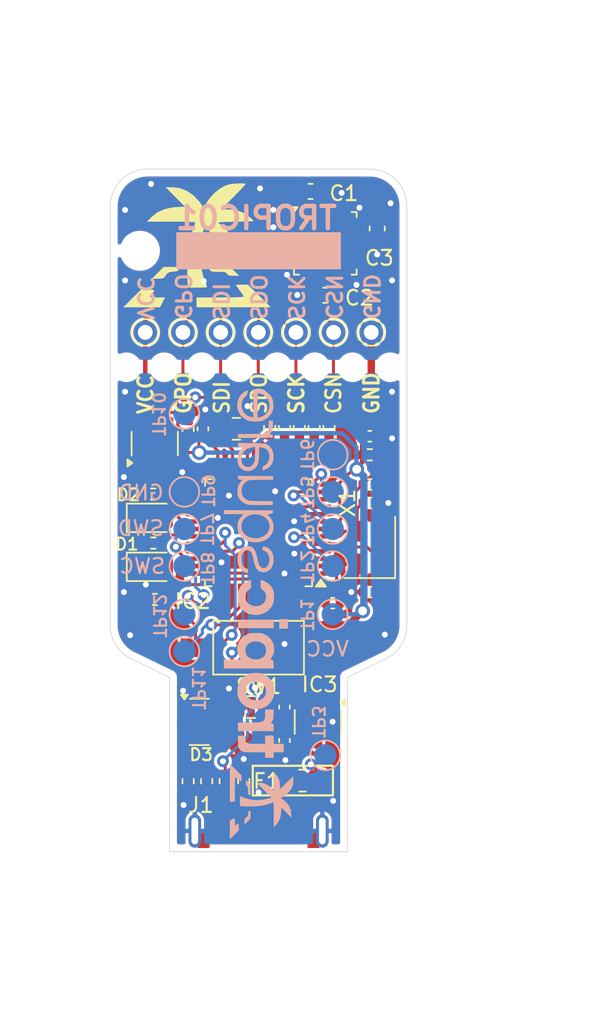
<source format=kicad_pcb>
(kicad_pcb (version 20241229) (generator "pcbnew") (generator_version "9.0")
  (layers (0 "F.Cu" signal) (2 "B.Cu" signal) (13 "F.Paste" user) (15 "B.Paste" user) (5 "F.SilkS" user "F.Silkscreen") (7 "B.SilkS" user "B.Silkscreen") (1 "F.Mask" user) (3 "B.Mask" user) (25 "Edge.Cuts" user))
  (net 0 "")
  (net 1 "GND")
  (net 2 "VCC")
  (net 3 "/USB_PWR_5V")
  (net 4 "/NRST")
  (net 5 "T_VCC")
  (net 6 "Net-(D1-A)")
  (net 7 "/USB_P")
  (net 8 "/USB_N")
  (net 9 "/T_PWR_ON")
  (net 10 "Net-(D2-A)")
  (net 11 "/SPI_MOSI")
  (net 12 "/SPI_CS")
  (net 13 "/SWCLK")
  (net 14 "/U2_TX")
  (net 15 "/SWDIO")
  (net 16 "/U2_RX")
  (net 17 "/SPI_SCK")
  (net 18 "/SPI_MISO")
  (net 19 "/GPO")
  (net 21 "Net-(IC4-QOD)")
  (net 22 "Net-(F1-Pad2)")
  (net 23 "Net-(J1-CC)")
  (net 24 "Net-(J1-D+)")
  (net 25 "Net-(J1-D-)")
  (net 26 "/BOOT0")
  (net 27 "Net-(IC2-PH0)")
  (net 28 "Net-(IC2-PH1)")
  (net 33 "Net-(IC1-SCK)")
  (net 36 "Net-(IC1-SDI)")
  (net 39 "Net-(IC1-SDO)")
  (net 42 "Net-(IC1-GPO)")
  (net 43 "Net-(IC1-CSN)")
  (net 55 "Net-(IC2-VCAP)")
  (net 60 "/LED_R")
  (net 63 "Net-(IC2-PB3)")
  (net 64 "Net-(IC2-PB2)")
  (net 65 "Net-(IC2-PB4)")
  (net 67 "/LED_G")
  (footprint "Capacitor_SMD:C_0603_1608Metric" (layer "F.Cu") (at 134.5 58.5)
    (property "Reference" "C2")
    (property "Value" "100n/603")
  )
  (footprint "_con_misc:USB_C_plug_UP20CFGFL-P12" (layer "F.Cu") (at 130 96)
    (property "Reference" "J1")
    (property "Value" "USB_C_Plug")
  )
  (footprint "Capacitor_SMD:C_0402_1005Metric" (layer "F.Cu") (at 126.25 67.5 -90)
    (property "Reference" "C13" (hide yes))
    (property "Value" "100n")
  )
  (footprint "Package_TO_SOT_SMD:SOT-23-3" (layer "F.Cu") (at 134 87.25 -90)
    (property "Reference" "IC3")
    (property "Value" "TPS7A0533PDBZR")
  )
  (footprint "Capacitor_SMD:C_0805_2012Metric" (layer "F.Cu") (at 128.5 67.5)
    (property "Reference" "C14" (hide yes))
    (property "Value" "4u7/16V")
  )
  (footprint "Resistor_SMD:R_0402_1005Metric" (layer "F.Cu") (at 134.75 67.45 -90)
    (property "Reference" "R7" (hide yes))
    (property "Value" "1k")
  )
  (footprint "Resistor_SMD:R_0402_1005Metric" (layer "F.Cu") (at 131.75 67.45 -90)
    (property "Reference" "R3" (hide yes))
    (property "Value" "1k")
  )
  (footprint "_mechanical:pad_1mm" (layer "F.Cu") (at 124.9 61)
    (property "Reference" "PAD3" (hide yes))
    (property "Value" "TP" (hide yes))
  )
  (footprint "_mechanical:Hole_1.5mm" (layer "F.Cu") (at 136.33 63.35)
    (property "Reference" "H4" (hide yes))
    (property "Value" "hole" (hide yes))
  )
  (footprint "_mechanical:Hole_1.5mm" (layer "F.Cu") (at 121.09 63.35 90)
    (property "Reference" "H1" (hide yes))
    (property "Value" "hole" (hide yes))
  )
  (footprint "Resistor_SMD:R_0402_1005Metric" (layer "F.Cu") (at 137.5 69.25)
    (property "Reference" "R1" (hide yes))
    (property "Value" "33k")
  )
  (footprint "_mechanical:pad_1mm" (layer "F.Cu") (at 135.06 61)
    (property "Reference" "PAD4" (hide yes))
    (property "Value" "TP" (hide yes))
  )
  (footprint "_mechanical:button_PTS636_M25SMTR" (layer "F.Cu") (at 130 82.25 180)
    (property "Reference" "SW1")
    (property "Value" "tact switch")
  )
  (footprint "_mechanical:pad_1mm" (layer "F.Cu") (at 129.98 61)
    (property "Reference" "PAD6" (hide yes))
    (property "Value" "TP" (hide yes))
  )
  (footprint "Capacitor_SMD:C_0402_1005Metric" (layer "F.Cu") (at 135 79.25 180)
    (property "Reference" "C9" (hide yes))
    (property "Value" "100n")
  )
  (footprint "tropic01_chip:QFN-32-1EP_4x4mm_P0.4mm_EP2.65x2.65mm" (layer "F.Cu") (at 134.5 55)
    (property "Reference" "IC1")
    (property "Value" "TROPIC01_chip")
  )
  (footprint "Crystal:Crystal_SMD_3225-4Pin_3.2x2.5mm" (layer "F.Cu") (at 137.5 75.5 90)
    (property "Reference" "X1")
    (property "Value" "8MHz")
  )
  (footprint "Capacitor_SMD:C_0402_1005Metric" (layer "F.Cu") (at 131.75 88.5 -90)
    (property "Reference" "C5" (hide yes))
    (property "Value" "100n")
  )
  (footprint "LED_SMD:LED_0805_2012Metric" (layer "F.Cu") (at 122.8 76.8)
    (property "Reference" "D1")
    (property "Value" "LED_R")
  )
  (footprint "Resistor_SMD:R_0402_1005Metric" (layer "F.Cu") (at 122.9 75.2)
    (property "Reference" "R13" (hide yes))
    (property "Value" "1k")
  )
  (footprint "Capacitor_SMD:C_0603_1608Metric" (layer "F.Cu") (at 133.5 51.5 180)
    (property "Reference" "C1")
    (property "Value" "100n/603")
  )
  (footprint "_mechanical:pad_1mm" (layer "F.Cu") (at 137.6 61)
    (property "Reference" "PAD2" (hide yes))
    (property "Value" "TP" (hide yes))
  )
  (footprint "Capacitor_SMD:C_0603_1608Metric" (layer "F.Cu") (at 138 54 90)
    (property "Reference" "C3")
    (property "Value" "100n/603")
  )
  (footprint "Capacitor_SMD:C_0402_1005Metric" (layer "F.Cu") (at 137.5 78.5 180)
    (property "Reference" "C11" (hide yes))
    (property "Value" "10p")
  )
  (footprint "Package_QFP:LQFP-48_7x7mm_P0.5mm" (layer "F.Cu") (at 130 74.5 180)
    (property "Reference" "IC2")
    (property "Value" "STM32U535CCTx")
  )
  (footprint "_mechanical:Hole_1.5mm" (layer "F.Cu") (at 133.79 63.35)
    (property "Reference" "H6" (hide yes))
    (property "Value" "hole" (hide yes))
  )
  (footprint "Resistor_SMD:R_0402_1005Metric" (layer "F.Cu") (at 125.25 67.5 90)
    (property "Reference" "R12" (hide yes))
    (property "Value" "220R")
  )
  (footprint "Resistor_SMD:R_0805_2012Metric_Pad1.20x1.40mm_HandSolder" (layer "F.Cu") (at 132.959484 91.208019)
    (property "Reference" "F1")
    (property "Value" "Fuse 500mA")
  )
  (footprint "LED_SMD:LED_0805_2012Metric" (layer "F.Cu") (at 122.8 73.5)
    (property "Reference" "D2")
    (property "Value" "LED_G")
  )
  (footprint "Capacitor_SMD:C_0805_2012Metric" (layer "F.Cu") (at 129.5 88.5 180)
    (property "Reference" "C4" (hide yes))
    (property "Value" "4u7/16V")
  )
  (footprint "_mechanical:Hole_1.5mm" (layer "F.Cu") (at 126.17 63.35 90)
    (property "Reference" "H3" (hide yes))
    (property "Value" "hole" (hide yes))
  )
  (footprint "Resistor_SMD:R_0402_1005Metric" (layer "F.Cu") (at 133.75 67.45 -90)
    (property "Reference" "R5" (hide yes))
    (property "Value" "1k")
  )
  (footprint "Resistor_SMD:R_0402_1005Metric" (layer "F.Cu") (at 122.9 71.9)
    (property "Reference" "R14" (hide yes))
    (property "Value" "1k")
  )
  (footprint "_mechanical:pad_1mm" (layer "F.Cu") (at 122.36 61)
    (property "Reference" "PAD1" (hide yes))
    (property "Value" "TP" (hide yes))
  )
  (footprint "_mechanical:Hole_1.5mm" (layer "F.Cu") (at 123.63 63.35 90)
    (property "Reference" "H2" (hide yes))
    (property "Value" "hole" (hide yes))
  )
  (footprint "Package_TO_SOT_SMD:SOT-23-6" (layer "F.Cu") (at 123 68.5 90)
    (property "Reference" "IC4" (hide yes))
    (property "Value" "TPS22917DBV")
  )
  (footprint "Resistor_SMD:R_0402_1005Metric" (layer "F.Cu") (at 126.5 91.25 90)
    (property "Reference" "R10" (hide yes))
    (property "Value" "10R")
  )
  (footprint "_mechanical:Hole_1.5mm" (layer "F.Cu") (at 138.87 63.35)
    (property "Reference" "H5" (hide yes))
    (property "Value" "hole" (hide yes))
  )
  (footprint "_mechanical:pad_1mm" (layer "F.Cu") (at 127.44 61)
    (property "Reference" "PAD7" (hide yes))
    (property "Value" "TP" (hide yes))
  )
  (footprint "_mechanical:Hole_1.5mm" (layer "F.Cu") (at 131.25 63.35)
    (property "Reference" "H8" (hide yes))
    (property "Value" "hole" (hide yes))
  )
  (footprint "Capacitor_SMD:C_0402_1005Metric" (layer "F.Cu") (at 137.5 72.5)
    (property "Reference" "C12" (hide yes))
    (property "Value" "10p")
  )
  (footprint "Resistor_SMD:R_0402_1005Metric" (layer "F.Cu") (at 130.75 67.45 -90)
    (property "Reference" "R2" (hide yes))
    (property "Value" "1k")
  )
  (footprint "Resistor_SMD:R_0402_1005Metric" (layer "F.Cu") (at 127.75 91.25 -90)
    (property "Reference" "R11" (hide yes))
    (property "Value" "1k5")
  )
  (footprint "Capacitor_SMD:C_0402_1005Metric" (layer "F.Cu") (at 137.5 71.25)
    (property "Reference" "C10" (hide yes))
    (property "Value" "10n")
  )
  (footprint "_mechanical:Hole_2.2mm" (layer "F.Cu") (at 122 55.5)
    (property "Reference" "H9" (hide yes))
    (property "Value" "hole 2.2mm" (hide yes))
  )
  (footprint "Capacitor_SMD:C_0402_1005Metric" (layer "F.Cu") (at 137.5 68 180)
    (property "Reference" "C8" (hide yes))
    (property "Value" "10n")
  )
  (footprint "_mechanical:pad_1mm" (layer "F.Cu") (at 132.52 61)
    (property "Reference" "PAD5" (hide yes))
    (property "Value" "TP" (hide yes))
  )
  (footprint "Capacitor_SMD:C_0805_2012Metric" (layer "F.Cu") (at 129.5 86.25 180)
    (property "Reference" "C7" (hide yes))
    (property "Value" "4u7/16V")
  )
  (footprint "ts_logo:tropicsquare_palm_10" (layer "F.Cu") (at 125.75 55)
    (property "Reference" "G1" (hide yes))
    (property "Value" "logo" (hide yes))
  )
  (footprint "Capacitor_SMD:C_0402_1005Metric" (layer "F.Cu") (at 131.75 86.25 -90)
    (property "Reference" "C6" (hide yes))
    (property "Value" "100n")
  )
  (footprint "Resistor_SMD:R_0402_1005Metric" (layer "F.Cu") (at 132.75 67.45 -90)
    (property "Reference" "R4" (hide yes))
    (property "Value" "1k")
  )
  (footprint "Resistor_SMD:R_0402_1005Metric" (layer "F.Cu") (at 129 91.25 90)
    (property "Reference" "R8" (hide yes))
    (property "Value" "5k1")
  )
  (footprint "_mechanical:Hole_1.5mm" (layer "F.Cu") (at 128.71 63.35)
    (property "Reference" "H7" (hide yes))
    (property "Value" "hole" (hide yes))
  )
  (footprint "Resistor_SMD:R_0402_1005Metric" (layer "F.Cu") (at 125.25 91.25 90)
    (property "Reference" "R9" (hide yes))
    (property "Value" "10R")
  )
  (footprint "Resistor_SMD:R_0402_1005Metric" (layer "F.Cu") (at 123 79 180)
    (property "Reference" "R6" (hide yes))
    (property "Value" "1k")
  )
  (footprint "Package_TO_SOT_SMD:SOT-143" (layer "F.Cu") (at 126 87.25)
    (property "Reference" "D3")
    (property "Value" "PRTR5V0U2X")
  )
  (footprint "Fiducial:Fiducial_0.5mm_Mask1mm" (layer "F.Cu") (at 122.75 81.75)
    (property "Reference" "FID1" (hide yes))
    (property "Value" "Fiducial" (hide yes))
  )
  (footprint "_mechanical:TestPoint_1.5mm_noth" (layer "B.Cu") (at 125 74.25)
    (property "Reference" "TP7")
    (property "Value" "TP" (hide yes))
  )
  (footprint "_mechanical:TestPoint_1.5mm_noth" (layer "B.Cu") (at 135 76.75 180)
    (property "Reference" "TP2")
    (property "Value" "TP" (hide yes))
  )
  (footprint "_mechanical:TestPoint_1.5mm_noth" (layer "B.Cu") (at 135 71.75)
    (property "Reference" "TP5")
    (property "Value" "TP" (hide yes))
  )
  (footprint "ts_logo:tropicsquare_logo_7" (layer "B.Cu") (at 130.341603 79.949705 90)
    (property "Reference" "G2" (hide yes))
    (property "Value" "logo" (hide yes))
  )
  (footprint "_mechanical:TestPoint_1.5mm_noth" (layer "B.Cu") (at 135 69.25)
    (property "Reference" "TP6")
    (property "Value" "TP" (hide yes))
  )
  (footprint "_mechanical:TestPoint_1.5mm_noth" (layer "B.Cu") (at 125 66.5)
    (property "Reference" "TP10")
    (property "Value" "TP" (hide yes))
  )
  (footprint "_mechanical:TestPoint_1.5mm_noth" (layer "B.Cu") (at 125 80)
    (property "Reference" "TP12")
    (property "Value" "TP" (hide yes))
  )
  (footprint "_mechanical:TestPoint_1.5mm_noth" (layer "B.Cu") (at 125 76.75)
    (property "Reference" "TP8")
    (property "Value" "TP" (hide yes))
  )
  (footprint "_mechanical:TestPoint_1.5mm_noth" (layer "B.Cu") (at 125 82.5)
    (property "Reference" "TP11")
    (property "Value" "TP" (hide yes))
  )
  (footprint "_mechanical:TestPoint_1.5mm_noth" (layer "B.Cu") (at 125 71.75)
    (property "Reference" "TP9")
    (property "Value" "TP" (hide yes))
  )
  (footprint "_mechanical:TestPoint_1.5mm_noth" (layer "B.Cu") (at 134.5 89.5 180)
    (property "Reference" "TP3")
    (property "Value" "TP" (hide yes))
  )
  (footprint "_mechanical:TestPoint_1.5mm_noth" (layer "B.Cu") (at 135 74.25)
    (property "Reference" "TP4")
    (property "Value" "TP" (hide yes))
  )
  (footprint "_mechanical:TestPoint_1.5mm_noth" (layer "B.Cu") (at 135 80 180)
    (property "Reference" "TP1")
    (property "Value" "TP" (hide yes))
  )
  (gr_rect (start 129.609485 90.208019) (end 135.016138 92.201365) (stroke (width 0.15)) (fill no) (layer "F.SilkS"))
  (gr_rect (start 124.5 54.3) (end 135.5 56.7) (stroke (width 0.1)) (fill yes) (layer "B.SilkS"))
  (gr_line (start 137.5 50) (end 122.5 50) (stroke (width 0.05)) (layer "Edge.Cuts"))
  (gr_line (start 138.749999 82.915064) (end 136 84.25) (stroke (width 0.05)) (layer "Edge.Cuts"))
  (gr_line (start 136 96) (end 136 84.25) (stroke (width 0.05)) (layer "Edge.Cuts"))
  (gr_line (start 124 84.25) (end 124 96) (stroke (width 0.05)) (layer "Edge.Cuts"))
  (gr_arc (start 120 52.5) (mid 120.732233 50.732233) (end 122.5 50) (stroke (width 0.05)) (layer "Edge.Cuts"))
  (gr_arc (start 121.25 82.915064) (mid 120.334936 82) (end 120 80.75) (stroke (width 0.05)) (layer "Edge.Cuts"))
  (gr_arc (start 140 80.75) (mid 139.665063 82) (end 138.75 82.915064) (stroke (width 0.05)) (layer "Edge.Cuts"))
  (gr_arc (start 137.5 50) (mid 139.267767 50.732233) (end 140 52.5) (stroke (width 0.05)) (layer "Edge.Cuts"))
  (gr_line (start 120 52.5) (end 120 80.75) (stroke (width 0.05)) (layer "Edge.Cuts"))
  (gr_line (start 124 96) (end 136 96) (stroke (width 0.05)) (layer "Edge.Cuts"))
  (gr_line (start 140 80.75) (end 140 52.5) (stroke (width 0.05)) (layer "Edge.Cuts"))
  (gr_line (start 121.25 82.915063) (end 124 84.25) (stroke (width 0.05)) (layer "Edge.Cuts"))
  (gr_text "SDO" (at 130.62 66.6 90) (layer "F.SilkS") (effects (font (size 1 0.9) (thickness 0.18) (bold yes)) (justify left bottom)))
  (gr_text "VCC" (at 122.39 66.6 90) (layer "F.SilkS") (effects (font (size 1 0.9) (thickness 0.2) (bold yes)) (justify left)))
  (gr_text "GPO" (at 125.52 66.6 90) (layer "F.SilkS") (effects (font (size 1 0.9) (thickness 0.2) (bold yes)) (justify left bottom)))
  (gr_text "CSN" (at 135.64 66.6 90) (layer "F.SilkS") (effects (font (size 1 0.9) (thickness 0.18) (bold yes)) (justify left bottom)))
  (gr_text "SCK" (at 133.14 66.6 90) (layer "F.SilkS") (effects (font (size 1 0.9) (thickness 0.2) (bold yes)) (justify left bottom)))
  (gr_text "SDI" (at 128.11 66.6 90) (layer "F.SilkS") (effects (font (size 1 0.9) (thickness 0.18) (bold yes)) (justify left bottom)))
  (gr_text "GND" (at 137.62 66.6 90) (layer "F.SilkS") (effects (font (size 1 0.9) (thickness 0.2) (bold yes)) (justify left)))
  (gr_text "SWC" (at 123.8 76.75 0) (layer "B.SilkS") (effects (font (size 1 1)) (justify left mirror)))
  (gr_text "SCK" (at 132.52 60.25 270) (layer "B.SilkS") (effects (font (size 1 1) (thickness 0.2) (bold yes)) (justify left mirror)))
  (gr_text "SWD" (at 123.7 74.2 0) (layer "B.SilkS") (effects (font (size 1 1)) (justify left mirror)))
  (gr_text "VCC" (at 136.18 82.92 0) (layer "B.SilkS") (effects (font (size 1 1)) (justify left bottom mirror)))
  (gr_text "GND" (at 137.6 60.25 270) (layer "B.SilkS") (effects (font (size 1 1) (thickness 0.2) (bold yes)) (justify left mirror)))
  (gr_text "TROPIC01" (at 129.851396 54.176745 0) (layer "B.SilkS") (effects (font (size 1.5 1.5) (thickness 0.3) (bold yes)) (justify bottom mirror)))
  (gr_text "SDO" (at 129.98 60.25 270) (layer "B.SilkS") (effects (font (size 1 1) (thickness 0.2) (bold yes)) (justify left mirror)))
  (gr_text "VCC" (at 122.36 60.25 270) (layer "B.SilkS") (effects (font (size 1 1) (thickness 0.2) (bold yes)) (justify left mirror)))
  (gr_text "SDI" (at 127.44 60.25 270) (layer "B.SilkS") (effects (font (size 1 1) (thickness 0.2) (bold yes)) (justify left mirror)))
  (gr_text "GND" (at 123.7 71.8 0) (layer "B.SilkS") (effects (font (size 1 1)) (justify left mirror)))
  (gr_text "CSN" (at 135.06 60.25 270) (layer "B.SilkS") (effects (font (size 1 1) (thickness 0.2) (bold yes)) (justify left mirror)))
  (gr_text "GPO" (at 124.9 60.25 270) (layer "B.SilkS") (effects (font (size 1 1) (thickness 0.2) (bold yes)) (justify left mirror)))
  (segment (start 134.3 56.95) (end 134.3 55.2) (width 0.2) (layer "F.Cu") (net 1))
  (segment (start 126.499 95.399) (end 130.1 95.399) (width 0.2) (layer "F.Cu") (net 1))
  (segment (start 132.55 54) (end 131.08 54) (width 0.2) (layer "F.Cu") (net 1))
  (segment (start 130.75 94.19) (end 130.75 95.399) (width 0.2) (layer "F.Cu") (net 1))
  (segment (start 123.301001 70.601) (end 124.676843 70.601) (width 0.2) (layer "F.Cu") (net 1))
  (segment (start 134.3 94.65) (end 133.7 95.25) (width 0.2) (layer "F.Cu") (net 1))
  (segment (start 131.08 54) (end 131 53.92) (width 0.2) (layer "F.Cu") (net 1))
  (segment (start 133.9 53.05) (end 133.9 54.4) (width 0.2) (layer "F.Cu") (net 1))
  (segment (start 132.25 78.6625) (end 132.25 77.75) (width 0.2) (layer "F.Cu") (net 1))
  (segment (start 127.75 71.75) (end 128 72) (width 0.2) (layer "F.Cu") (net 1))
  (segment (start 133.5 56.95) (end 133.5 56) (width 0.2) (layer "F.Cu") (net 1))
  (segment (start 133.5 53.05) (end 133.5 54) (width 0.2) (layer "F.Cu") (net 1))
  (segment (start 132.26 87.24) (end 134.99 87.24) (width 0.2) (layer "F.Cu") (net 1))
  (segment (start 127.25 76.75) (end 125.8375 76.75) (width 0.2) (layer "F.Cu") (net 1))
  (segment (start 133.5 54) (end 134.5 55) (width 0.2) (layer "F.Cu") (net 1))
  (segment (start 133.5 52.28) (end 134.07 52.28) (width 0.2) (layer "F.Cu") (net 1))
  (segment (start 125.7 94.6) (end 125.7 94.65) (width 0.2) (layer "F.Cu") (net 1))
  (segment (start 126.25 66.361) (end 126.411 66.2) (width 0.2) (layer "F.Cu") (net 1))
  (segment (start 123 70.299999) (end 123.301001 70.601) (width 0.2) (layer "F.Cu") (net 1))
  (segment (start 133.5 56.95) (end 133.5 57.66) (width 0.2) (layer "F.Cu") (net 1))
  (segment (start 126.3 95.25) (end 126.35 95.25) (width 0.2) (layer "F.Cu") (net 1))
  (segment (start 130.1 95.399) (end 130.699 95.399) (width 0.2) (layer "F.Cu") (net 1))
  (segment (start 130.75 95.399) (end 130.699 95.399) (width 0.2) (layer "F.Cu") (net 1))
  (segment (start 127.5 76.5) (end 127.25 76.75) (width 0.2) (layer "F.Cu") (net 1))
  (segment (start 132.55 54.4) (end 133.9 54.4) (width 0.2) (layer "F.Cu") (net 1))
  (segment (start 134.3 55.2) (end 134.5 55) (width 0.2) (layer "F.Cu") (net 1))
  (segment (start 133.1 57.73) (end 133.43 57.73) (width 0.2) (layer "F.Cu") (net 1))
  (segment (start 131.48 54.4) (end 131 53.92) (width 0.2) (layer "F.Cu") (net 1))
  (segment (start 133.5 53.05) (end 133.5 52.28) (width 0.2) (layer "F.Cu") (net 1))
  (segment (start 133.5 56) (end 134.5 55) (width 0.2) (layer "F.Cu") (net 1))
  (segment (start 134.3 94.6) (end 134.3 94.65) (width 0.2) (layer "F.Cu") (net 1))
  (segment (start 124.676843 70.601) (end 124.854923 70.42292) (width 0.2) (layer "F.Cu") (net 1))
  (segment (start 132.25 77.75) (end 131.75 77.25) (width 0.2) (layer "F.Cu") (net 1))
  (segment (start 133.9 54.4) (end 134.5 55) (width 0.2) (layer "F.Cu") (net 1))
  (segment (start 133.9 53.05) (end 133.9 52.29) (width 0.2) (layer "F.Cu") (net 1))
  (segment (start 132.55 54.4) (end 131.48 54.4) (width 0.2) (layer "F.Cu") (net 1))
  (segment (start 132.42 73.75) (end 132.4 73.73) (width 0.2) (layer "F.Cu") (net 1))
  (segment (start 123 69.6375) (end 123 70.299999) (width 0.2) (layer "F.Cu") (net 1))
  (segment (start 136.45 54) (end 135.5 54) (width 0.2) (layer "F.Cu") (net 1))
  (segment (start 134.1625 73.75) (end 132.42 73.75) (width 0.2) (layer "F.Cu") (net 1))
  (segment (start 133.43 57.73) (end 133.5 57.66) (width 0.2) (layer "F.Cu") (net 1))
  (segment (start 135.5 54) (end 134.5 55) (width 0.2) (layer "F.Cu") (net 1))
  (segment (start 132.55 54) (end 133.5 54) (width 0.2) (layer "F.Cu") (net 1))
  (segment (start 134.07 52.28) (end 134.08 52.29) (width 0.2) (layer "F.Cu") (net 1))
  (segment (start 133.551 95.399) (end 130.699 95.399) (width 0.2) (layer "F.Cu") (net 1))
  (segment (start 126.25 67.02) (end 126.25 66.361) (width 0.2) (layer "F.Cu") (net 1))
  (segment (start 127.75 70.3375) (end 127.75 71.75) (width 0.2) (layer "F.Cu") (net 1))
  (segment (start 126.35 95.25) (end 126.499 95.399) (width 0.2) (layer "F.Cu") (net 1))
  (segment (start 133.7 95.25) (end 133.551 95.399) (width 0.2) (layer "F.Cu") (net 1))
  (segment (start 133.1 56.95) (end 133.1 57.73) (width 0.2) (layer "F.Cu") (net 1))
  (segment (start 138 54) (end 138 54.775) (width 0.2) (layer "F.Cu") (net 1))
  (segment (start 131.75 86.73) (end 132.26 87.24) (width 0.2) (layer "F.Cu") (net 1))
  (segment (start 125.7 94.65) (end 126.3 95.25) (width 0.2) (layer "F.Cu") (net 1))
  (segment (start 137.6 64.8) (end 137.6 61.35) (width 0.5) (layer "F.Cu") (net 1))
  (segment (start 136.45 54) (end 138 54) (width 0.2) (layer "F.Cu") (net 1))
  (via (at 126.411 66.2) (size 0.8) (drill 0.4) (layers "F.Cu" "B.Cu") (net 1))
  (via (at 129.25 65.97) (size 0.8) (drill 0.4) (layers "F.Cu" "B.Cu") (net 1))
  (via (at 128 85) (size 0.8) (drill 0.4) (layers "F.Cu" "B.Cu") (net 1))
  (via (at 129 89.75) (size 0.8) (drill 0.4) (layers "F.Cu" "B.Cu") (net 1))
  (via (at 121 65) (size 0.8) (drill 0.4) (layers "F.Cu" "B.Cu") (net 1))
  (via (at 122.75 51) (size 0.8) (drill 0.4) (layers "F.Cu" "B.Cu") (net 1))
  (via (at 136.25 78.5) (size 0.8) (drill 0.4) (layers "F.Cu" "B.Cu") (net 1))
  (via (at 138 55.75) (size 0.8) (drill 0.4) (layers "F.Cu" "B.Cu") (net 1))
  (via (at 127.25 73.5) (size 0.8) (drill 0.4) (layers "F.Cu" "B.Cu") (net 1))
  (via (at 131.92 57.12) (size 0.8) (drill 0.4) (layers "F.Cu" "B.Cu") (net 1))
  (via (at 132.41 75.91) (size 0.8) (drill 0.4) (layers "F.Cu" "B.Cu") (net 1))
  (via (at 136.8 52.6) (size 0.8) (drill 0.4) (layers "F.Cu" "B.Cu") (net 1))
  (via (at 131.75 82) (size 0.8) (drill 0.4) (layers "F.Cu" "B.Cu") (net 1))
  (via (at 138.51 81.37) (size 0.8) (drill 0.4) (layers "F.Cu" "B.Cu") (net 1))
  (via (at 131 52.75) (size 0.8) (drill 0.4) (layers "F.Cu" "B.Cu") (net 1))
  (via (at 122.4 78) (size 0.8) (drill 0.4) (layers "F.Cu" "B.Cu") (net 1))
  (via (at 126.3 57.55) (size 0.8) (drill 0.4) (layers "F.Cu" "B.Cu") (net 1))
  (via (at 121 57.5) (size 0.8) (drill 0.4) (layers "F.Cu" "B.Cu") (net 1))
  (via (at 131 53.92) (size 0.8) (drill 0.4) (layers "F.Cu" "B.Cu") (net 1))
  (via (at 124.854923 70.42292) (size 0.8) (drill 0.4) (layers "F.Cu" "B.Cu") (net 1))
  (via (at 138.9 52.3) (size 0.8) (drill 0.4) (layers "F.Cu" "B.Cu") (net 1))
  (via (at 121.34 81.41) (size 0.8) (drill 0.4) (layers "F.Cu" "B.Cu") (net 1))
  (via (at 132.4 73.73) (size 0.8) (drill 0.4) (layers "F.Cu" "B.Cu") (net 1))
  (via (at 136.6 57.8) (size 0.8) (drill 0.4) (layers "F.Cu" "B.Cu") (net 1))
  (via (at 131.12 71.71) (size 0.8) (drill 0.4) (layers "F.Cu" "B.Cu") (net 1))
  (via (at 120.92 70.75) (size 0.8) (drill 0.4) (layers "F.Cu" "B.Cu") (net 1))
  (via (at 130 92) (size 0.8) (drill 0.4) (layers "F.Cu" "B.Cu") (net 1))
  (via (at 121 52.75) (size 0.8) (drill 0.4) (layers "F.Cu" "B.Cu") (net 1))
  (via (at 128 72) (size 0.8) (drill 0.4) (layers "F.Cu" "B.Cu") (net 1))
  (via (at 124.91 85.15) (size 0.8) (drill 0.4) (layers "F.Cu" "B.Cu") (net 1))
  (via (at 139 65) (size 0.8) (drill 0.4) (layers "F.Cu" "B.Cu") (net 1))
  (via (at 135.03 92.57) (size 0.8) (drill 0.4) (layers "F.Cu" "B.Cu") (net 1))
  (via (at 127.5 76.5) (size 0.8) (drill 0.4) (layers "F.Cu" "B.Cu") (net 1))
  (via (at 130.1 51.3) (size 0.8) (drill 0.4) (layers "F.Cu" "B.Cu") (net 1))
  (via (at 132.61 58.48) (size 0.8) (drill 0.4) (layers "F.Cu" "B.Cu") (net 1))
  (via (at 138.75 72.5) (size 0.8) (drill 0.4) (layers "F.Cu" "B.Cu") (net 1))
  (via (at 135.6 51.6) (size 0.8) (drill 0.4) (layers "F.Cu" "B.Cu") (net 1))
  (via (at 120.92 78.5) (size 0.8) (drill 0.4) (layers "F.Cu" "B.Cu") (net 1))
  (via (at 124.94 92.85) (size 0.8) (drill 0.4) (layers "F.Cu" "B.Cu") (net 1))
  (via (at 131.81 89.83) (size 0.8) (drill 0.4) (layers "F.Cu" "B.Cu") (net 1))
  (via (at 139 57.5) (size 0.8) (drill 0.4) (layers "F.Cu" "B.Cu") (net 1))
  (via (at 134.99 87.24) (size 0.8) (drill 0.4) (layers "F.Cu" "B.Cu") (net 1))
  (via (at 131.75 77.25) (size 0.8) (drill 0.4) (layers "F.Cu" "B.Cu") (net 1))
  (via (at 139 68.14) (size 0.8) (drill 0.4) (layers "F.Cu" "B.Cu") (net 1))
  (segment (start 133.5 78.89) (end 133.86 79.25) (width 0.2) (layer "F.Cu") (net 2))
  (segment (start 130.705 85.045) (end 132.75 83) (width 0.5) (layer "F.Cu") (net 2))
  (segment (start 135 73.25) (end 135.475 72.775) (width 0.2) (layer "F.Cu") (net 2))
  (segment (start 136.08 80.71) (end 134.53 80.71) (width 0.5) (layer "F.Cu") (net 2))
  (segment (start 125.8375 77.25) (end 125.8875 77.3) (width 0.2) (layer "F.Cu") (net 2))
  (segment (start 130.45 86.25) (end 130.45 85.3) (width 0.3) (layer "F.Cu") (net 2))
  (segment (start 137.02 79.77) (end 136.08 80.71) (width 0.5) (layer "F.Cu") (net 2))
  (segment (start 125.975 68.225) (end 125.975 69.075) (width 0.2) (layer "F.Cu") (net 2))
  (segment (start 136.382749 70.227251) (end 136.618387 70.227251) (width 0.2) (layer "F.Cu") (net 2))
  (segment (start 126.568724 77.223) (end 130.577 77.223) (width 0.2) (layer "F.Cu") (net 2))
  (segment (start 134.25 82.25) (end 132.75 82.25) (width 0.3) (layer "F.Cu") (net 2))
  (segment (start 131.75 85.77) (end 130.93 85.77) (width 0.3) (layer "F.Cu") (net 2))
  (segment (start 134.52 79.25) (end 134.52 80.7) (width 0.3) (layer "F.Cu") (net 2))
  (segment (start 135.475 72.775) (end 135.475 71.135) (width 0.2) (layer "F.Cu") (net 2))
  (segment (start 136.99 68.03) (end 137.02 68) (width 0.3) (layer "F.Cu") (net 2))
  (segment (start 125.975 69.075) (end 126 69.1) (width 0.2) (layer "F.Cu") (net 2))
  (segment (start 136.618387 70.131613) (end 136.99 69.76) (width 0.3) (layer "F.Cu") (net 2))
  (segment (start 127.25 70.3375) (end 127.25 68.98) (width 0.2) (layer "F.Cu") (net 2))
  (segment (start 127.75 90.05) (end 127.6 89.9) (width 0.2) (layer "F.Cu") (net 2))
  (segment (start 126.25 67.98) (end 126.22 67.98) (width 0.2) (layer "F.Cu") (net 2))
  (segment (start 135.26 78.06) (end 134.52 78.8) (width 0.2) (layer "F.Cu") (net 2))
  (segment (start 135.08 77.25) (end 135.26 77.43) (width 0.2) (layer "F.Cu") (net 2))
  (segment (start 124.624 68.674) (end 125.05 69.1) (width 0.2) (layer "F.Cu") (net 2))
  (segment (start 132.75 82.25) (end 132.75 80.97) (width 0.5) (layer "F.Cu") (net 2))
  (segment (start 134.1625 77.25) (end 135.08 77.25) (width 0.2) (layer "F.Cu") (net 2))
  (segment (start 125.8875 77.3) (end 126.491724 77.3) (width 0.2) (layer "F.Cu") (net 2))
  (segment (start 122.351001 68.674) (end 124.624 68.674) (width 0.2) (layer "F.Cu") (net 2))
  (segment (start 133.39 79.72) (end 133.86 79.25) (width 0.2) (layer "F.Cu") (net 2))
  (segment (start 126.22 67.98) (end 125.975 68.225) (width 0.2) (layer "F.Cu") (net 2))
  (segment (start 130.93 85.77) (end 130.45 86.25) (width 0.3) (layer "F.Cu") (net 2))
  (segment (start 133.05 85.3) (end 132.75 85) (width 0.3) (layer "F.Cu") (net 2))
  (segment (start 131.991364 76.5) (end 133.5 78.008636) (width 0.2) (layer "F.Cu") (net 2))
  (segment (start 136.618387 70.227251) (end 136.618387 70.131613) (width 0.3) (layer "F.Cu") (net 2))
  (segment (start 126 69.1) (end 126 69) (width 0.3) (layer "F.Cu") (net 2))
  (segment (start 130.577 77.223) (end 131.3 76.5) (width 0.2) (layer "F.Cu") (net 2))
  (segment (start 134.53 80.71) (end 133.01 80.71) (width 0.5) (layer "F.Cu") (net 2))
  (segment (start 132.75 79.57) (end 132.9 79.72) (width 0.2) (layer "F.Cu") (net 2))
  (segment (start 132.75 78.6625) (end 132.75 79.57) (width 0.2) (layer "F.Cu") (net 2))
  (segment (start 125.05 69.1) (end 126 69.1) (width 0.2) (layer "F.Cu") (net 2))
  (segment (start 132.75 85) (end 132.52 85) (width 0.3) (layer "F.Cu") (net 2))
  (segment (start 136.99 69.25) (end 136.99 68.03) (width 0.3) (layer "F.Cu") (net 2))
  (segment (start 130.62 84.95) (end 130.705 85.035) (width 0.2) (layer "F.Cu") (net 2))
  (segment (start 127.75 90.74) (end 127.75 90.05) (width 0.2) (layer "F.Cu") (net 2))
  (segment (start 136.99 69.76) (end 136.99 69.25) (width 0.3) (layer "F.Cu") (net 2))
  (segment (start 133.01 80.71) (end 132.75 80.97) (width 0.5) (layer "F.Cu") (net 2))
  (segment (start 126.491724 77.3) (end 126.568724 77.223) (width 0.2) (layer "F.Cu") (net 2))
  (segment (start 132.75 83) (end 132.75 82.25) (width 0.5) (layer "F.Cu") (net 2))
  (segment (start 133.5 78.008636) (end 133.5 78.89) (width 0.2) (layer "F.Cu") (net 2))
  (segment (start 131.3 76.5) (end 131.991364 76.5) (width 0.2) (layer "F.Cu") (net 2))
  (segment (start 122.05 69.6375) (end 122.05 68.975001) (width 0.2) (layer "F.Cu") (net 2))
  (segment (start 122.05 68.975001) (end 122.351001 68.674) (width 0.2) (layer "F.Cu") (net 2))
  (segment (start 130.705 85.035) (end 130.705 85.045) (width 0.2) (layer "F.Cu") (net 2))
  (segment (start 134.52 80.7) (end 134.53 80.71) (width 0.3) (layer "F.Cu") (net 2))
  (segment (start 132.9 79.72) (end 133.39 79.72) (width 0.2) (layer "F.Cu") (net 2))
  (segment (start 134.52 78.8) (end 134.52 79.25) (width 0.2) (layer "F.Cu") (net 2))
  (segment (start 127.25 68.98) (end 126.25 67.98) (width 0.2) (layer "F.Cu") (net 2))
  (segment (start 133.05 86.1125) (end 133.05 85.3) (width 0.3) (layer "F.Cu") (net 2))
  (segment (start 129.75 84.95) (end 130.62 84.95) (width 0.2) (layer "F.Cu") (net 2))
  (segment (start 134.1625 73.25) (end 135 73.25) (width 0.2) (layer "F.Cu") (net 2))
  (segment (start 132.52 85) (end 131.75 85.77) (width 0.3) (layer "F.Cu") (net 2))
  (segment (start 133.86 79.25) (end 134.52 79.25) (width 0.2) (layer "F.Cu") (net 2))
  (segment (start 130.45 85.3) (end 130.705 85.045) (width 0.5) (layer "F.Cu") (net 2))
  (segment (start 135.475 71.135) (end 136.382749 70.227251) (width 0.2) (layer "F.Cu") (net 2))
  (segment (start 135.26 77.43) (end 135.26 78.06) (width 0.2) (layer "F.Cu") (net 2))
  (via (at 137.02 79.77) (size 1) (drill 0.6) (layers "F.Cu" "B.Cu") (net 2))
  (via (at 127.6 89.9) (size 0.8) (drill 0.4) (layers "F.Cu" "B.Cu") (net 2))
  (via (at 126 69.1) (size 1) (drill 0.6) (layers "F.Cu" "B.Cu") (net 2))
  (via (at 129.75 84.95) (size 0.8) (drill 0.4) (layers "F.Cu" "B.Cu") (net 2))
  (via (at 136.618387 70.227251) (size 1) (drill 0.6) (layers "F.Cu" "B.Cu") (net 2))
  (segment (start 129.3 69.1) (end 130.6 67.8) (width 0.3) (layer "B.Cu") (net 2))
  (segment (start 136.79 80) (end 137.02 79.77) (width 0.3) (layer "B.Cu") (net 2))
  (segment (start 129.25 88.25) (end 127.6 89.9) (width 0.2) (layer "B.Cu") (net 2))
  (segment (start 136.6 68.75) (end 136.6 70.208864) (width 0.3) (layer "B.Cu") (net 2))
  (segment (start 135.65 67.8) (end 136.6 68.75) (width 0.3) (layer "B.Cu") (net 2))
  (segment (start 136.6 70.208864) (end 136.618387 70.227251) (width 0.3) (layer "B.Cu") (net 2))
  (segment (start 135 80) (end 136.79 80) (width 0.3) (layer "B.Cu") (net 2))
  (segment (start 129.75 86.25) (end 129.25 86.75) (width 0.2) (layer "B.Cu") (net 2))
  (segment (start 137.101 70.709864) (end 136.618387 70.227251) (width 0.5) (layer "B.Cu") (net 2))
  (segment (start 137.101 79.439) (end 137.101 70.709864) (width 0.5) (layer "B.Cu") (net 2))
  (segment (start 129.25 86.75) (end 129.25 88.25) (width 0.2) (layer "B.Cu") (net 2))
  (segment (start 129.75 84.95) (end 129.75 86.25) (width 0.2) (layer "B.Cu") (net 2))
  (segment (start 137.02 79.77) (end 137.101 79.439) (width 0.5) (layer "B.Cu") (net 2))
  (segment (start 126 69.1) (end 129.3 69.1) (width 0.3) (layer "B.Cu") (net 2))
  (segment (start 130.6 67.8) (end 135.65 67.8) (width 0.3) (layer "B.Cu") (net 2))
  (segment (start 133.04 88.39) (end 133.0425 88.3875) (width 0.3) (layer "F.Cu") (net 3))
  (segment (start 133.0425 88.3875) (end 134 88.3875) (width 0.3) (layer "F.Cu") (net 3))
  (segment (start 131.959484 91.208019) (end 131.348019 91.208019) (width 0.5) (layer "F.Cu") (net 3))
  (segment (start 130.93 88.02) (end 130.45 88.5) (width 0.3) (layer "F.Cu") (net 3))
  (segment (start 129.374 87.424) (end 130.45 88.5) (width 0.3) (layer "F.Cu") (net 3))
  (segment (start 131.75 88.02) (end 130.93 88.02) (width 0.3) (layer "F.Cu") (net 3))
  (segment (start 130.45 90.31) (end 130.45 88.5) (width 0.5) (layer "F.Cu") (net 3))
  (segment (start 132.67 88.02) (end 133.04 88.39) (width 0.3) (layer "F.Cu") (net 3))
  (segment (start 128.124 87.424) (end 129.374 87.424) (width 0.3) (layer "F.Cu") (net 3))
  (segment (start 127 86.3) (end 128.124 87.424) (width 0.3) (layer "F.Cu") (net 3))
  (segment (start 131.75 88.02) (end 132.67 88.02) (width 0.3) (layer "F.Cu") (net 3))
  (segment (start 131.348019 91.208019) (end 130.45 90.31) (width 0.5) (layer "F.Cu") (net 3))
  (segment (start 136.06 72.21) (end 137.02 71.25) (width 0.2) (layer "F.Cu") (net 4))
  (segment (start 136.06 73.06) (end 136.06 72.21) (width 0.2) (layer "F.Cu") (net 4))
  (segment (start 135.51 74.02) (end 135.51 73.61) (width 0.2) (layer "F.Cu") (net 4))
  (segment (start 138.01 70.26) (end 137.02 71.25) (width 0.2) (layer "F.Cu") (net 4))
  (segment (start 135.28 74.25) (end 135.51 74.02) (width 0.2) (layer "F.Cu") (net 4))
  (segment (start 134.1625 74.25) (end 133.34 74.25) (width 0.2) (layer "F.Cu") (net 4))
  (segment (start 132.79 74.8) (end 132.39 74.8) (width 0.2) (layer "F.Cu") (net 4))
  (segment (start 135.51 73.61) (end 136.06 73.06) (width 0.2) (layer "F.Cu") (net 4))
  (segment (start 138.01 69.25) (end 138.01 70.26) (width 0.2) (layer "F.Cu") (net 4))
  (segment (start 134.1625 74.25) (end 135.28 74.25) (width 0.2) (layer "F.Cu") (net 4))
  (segment (start 133.34 74.25) (end 132.79 74.8) (width 0.2) (layer "F.Cu") (net 4))
  (via (at 132.39 74.8) (size 0.8) (drill 0.4) (layers "F.Cu" "B.Cu") (net 4))
  (segment (start 133.05 74.8) (end 132.39 74.8) (width 0.2) (layer "B.Cu") (net 4))
  (segment (start 135 76.75) (end 133.05 74.8) (width 0.2) (layer "B.Cu") (net 4))
  (segment (start 122.05 64.49) (end 122.05 65.75) (width 0.3) (layer "F.Cu") (net 5))
  (segment (start 136.87565 54.4) (end 137.11 54.63435) (width 0.2) (layer "F.Cu") (net 5))
  (segment (start 136.9 50.65) (end 138 51.75) (width 0.3) (layer "F.Cu") (net 5))
  (segment (start 138.85 55.269408) (end 138.825 55.244408) (width 0.3) (layer "F.Cu") (net 5))
  (segment (start 137.11 57.062082) (end 137.5 57.452082) (width 0.2) (layer "F.Cu") (net 5))
  (segment (start 136.45 53.6) (end 137.625 53.6) (width 0.2) (layer "F.Cu") (net 5))
  (segment (start 131.95 53.44) (end 131.95 51.74) (width 0.2) (layer "F.Cu") (net 5))
  (segment (start 137.11 54.63435) (end 137.11 57.062082) (width 0.2) (layer "F.Cu") (net 5))
  (segment (start 122.36 61.25) (end 122.36 64.18) (width 0.3) (layer "F.Cu") (net 5))
  (segment (start 137.5 57.452082) (end 137.5 58.1) (width 0.3) (layer "F.Cu") (net 5))
  (segment (start 131.95 51.74) (end 132.19 51.5) (width 0.2) (layer "F.Cu") (net 5))
  (segment (start 124.41 65.75) (end 122.05 65.75) (width 0.3) (layer "F.Cu") (net 5))
  (segment (start 133.575 50.65) (end 136.9 50.65) (width 0.3) (layer "F.Cu") (net 5))
  (segment (start 138.85 56.102082) (end 138.85 55.269408) (width 0.3) (layer "F.Cu") (net 5))
  (segment (start 132.11 53.6) (end 131.95 53.44) (width 0.2) (layer "F.Cu") (net 5))
  (segment (start 132.725 51.5) (end 133.575 50.65) (width 0.3) (layer "F.Cu") (net 5))
  (segment (start 135.285 58.51) (end 135.275 58.5) (width 0.3) (layer "F.Cu") (net 5))
  (segment (start 136.45 54.4) (end 136.87565 54.4) (width 0.2) (layer "F.Cu") (net 5))
  (segment (start 122.05 65.75) (end 122.05 67.3625) (width 0.3) (layer "F.Cu") (net 5))
  (segment (start 138.825 54.05) (end 138 53.225) (width 0.3) (layer "F.Cu") (net 5))
  (segment (start 125.25 66.99) (end 125.25 66.59) (width 0.3) (layer "F.Cu") (net 5))
  (segment (start 122.36 64.18) (end 122.05 64.49) (width 0.3) (layer "F.Cu") (net 5))
  (segment (start 122.36 60.14) (end 131 51.5) (width 0.3) (layer "F.Cu") (net 5))
  (segment (start 138.825 55.244408) (end 138.825 54.05) (width 0.3) (layer "F.Cu") (net 5))
  (segment (start 122.36 61.25) (end 122.36 60.14) (width 0.3) (layer "F.Cu") (net 5))
  (segment (start 137.625 53.6) (end 138 53.225) (width 0.2) (layer "F.Cu") (net 5))
  (segment (start 137.5 57.452082) (end 138.85 56.102082) (width 0.3) (layer "F.Cu") (net 5))
  (segment (start 136.92 58.68) (end 136.2 58.68) (width 0.3) (layer "F.Cu") (net 5))
  (segment (start 135.02435 58.5) (end 135.275 58.5) (width 0.2) (layer "F.Cu") (net 5))
  (segment (start 125.25 66.59) (end 124.41 65.75) (width 0.3) (layer "F.Cu") (net 5))
  (segment (start 136.2 58.68) (end 136.03 58.51) (width 0.3) (layer "F.Cu") (net 5))
  (segment (start 131 51.5) (end 132.725 51.5) (width 0.3) (layer "F.Cu") (net 5))
  (segment (start 133.9 56.95) (end 133.9 57.37565) (width 0.2) (layer "F.Cu") (net 5))
  (segment (start 137.5 58.1) (end 136.92 58.68) (width 0.3) (layer "F.Cu") (net 5))
  (segment (start 133.9 57.37565) (end 135.02435 58.5) (width 0.2) (layer "F.Cu") (net 5))
  (segment (start 136.03 58.51) (end 135.285 58.51) (width 0.3) (layer "F.Cu") (net 5))
  (segment (start 132.19 51.5) (end 132.725 51.5) (width 0.2) (layer "F.Cu") (net 5))
  (segment (start 132.55 53.6) (end 132.11 53.6) (width 0.2) (layer "F.Cu") (net 5))
  (segment (start 138 51.75) (end 138 53.225) (width 0.3) (layer "F.Cu") (net 5))
  (segment (start 122.39 75.4525) (end 123.7375 76.8) (width 0.2) (layer "F.Cu") (net 6))
  (segment (start 122.39 75.2) (end 122.39 75.4525) (width 0.2) (layer "F.Cu") (net 6))
  (segment (start 128.68 75.32) (end 128.25 75.75) (width 0.2) (layer "F.Cu") (net 7))
  (segment (start 127 89.25) (end 127 88.2) (width 0.2) (layer "F.Cu") (net 7))
  (segment (start 128.2 83.05) (end 126.23 85.02) (width 0.2) (layer "F.Cu") (net 7))
  (segment (start 128.68 75.18828) (end 128.68 75.32) (width 0.2) (layer "F.Cu") (net 7))
  (segment (start 126.23 87.43) (end 127 88.2) (width 0.2) (layer "F.Cu") (net 7))
  (segment (start 128.2 82.58) (end 128.2 83.05) (width 0.2) (layer "F.Cu") (net 7))
  (segment (start 126.23 85.02) (end 126.23 87.43) (width 0.2) (layer "F.Cu") (net 7))
  (segment (start 127.52 91.76) (end 126.5 90.74) (width 0.2) (layer "F.Cu") (net 7))
  (segment (start 128.25 75.75) (end 125.8375 75.75) (width 0.2) (layer "F.Cu") (net 7))
  (segment (start 127.75 91.76) (end 127.52 91.76) (width 0.2) (layer "F.Cu") (net 7))
  (segment (start 126.5 90.74) (end 126.5 89.75) (width 0.2) (layer "F.Cu") (net 7))
  (segment (start 126.5 89.75) (end 127 89.25) (width 0.2) (layer "F.Cu") (net 7))
  (via (at 128.2 82.58) (size 0.8) (drill 0.4) (layers "F.Cu" "B.Cu") (net 7))
  (via (at 128.68 75.18828) (size 0.8) (drill 0.4) (layers "F.Cu" "B.Cu") (net 7))
  (segment (start 128.95 75.45828) (end 128.95 81.83) (width 0.2) (layer "B.Cu") (net 7))
  (segment (start 128.95 81.83) (end 128.2 82.58) (width 0.2) (layer "B.Cu") (net 7))
  (segment (start 128.68 75.18828) (end 128.95 75.45828) (width 0.2) (layer "B.Cu") (net 7))
  (segment (start 125.25 90.74) (end 125.25 89.25) (width 0.2) (layer "F.Cu") (net 8))
  (segment (start 125.73 84.91) (end 127.5 83.14) (width 0.2) (layer "F.Cu") (net 8))
  (segment (start 127.75 74.5) (end 127.75 75) (width 0.2) (layer "F.Cu") (net 8))
  (segment (start 127.5 75.25) (end 125.8375 75.25) (width 0.2) (layer "F.Cu") (net 8))
  (segment (start 127.5 82.04) (end 128.15 81.39) (width 0.2) (layer "F.Cu") (net 8))
  (segment (start 125 88.2) (end 125.73 87.47) (width 0.2) (layer "F.Cu") (net 8))
  (segment (start 127.5 83.14) (end 127.5 82.04) (width 0.2) (layer "F.Cu") (net 8))
  (segment (start 128.15 81.39) (end 128.19 81.39) (width 0.2) (layer "F.Cu") (net 8))
  (segment (start 125.25 89.25) (end 125 89) (width 0.2) (layer "F.Cu") (net 8))
  (segment (start 125.73 87.47) (end 125.73 84.91) (width 0.2) (layer "F.Cu") (net 8))
  (segment (start 125 89) (end 125 88.2) (width 0.2) (layer "F.Cu") (net 8))
  (segment (start 127.75 75) (end 127.5 75.25) (width 0.2) (layer "F.Cu") (net 8))
  (via (at 127.75 74.5) (size 0.8) (drill 0.4) (layers "F.Cu" "B.Cu") (net 8))
  (via (at 128.19 81.39) (size 0.8) (drill 0.4) (layers "F.Cu" "B.Cu") (net 8))
  (segment (start 127.75 74.5) (end 127.75 75.35) (width 0.2) (layer "B.Cu") (net 8))
  (segment (start 128.42 76.02) (end 128.42 81.16) (width 0.2) (layer "B.Cu") (net 8))
  (segment (start 128.42 81.16) (end 128.19 81.39) (width 0.2) (layer "B.Cu") (net 8))
  (segment (start 127.75 75.35) (end 128.42 76.02) (width 0.2) (layer "B.Cu") (net 8))
  (segment (start 134.1625 72.75) (end 127.758636 72.75) (width 0.2) (layer "F.Cu") (net 9))
  (segment (start 127.758636 72.75) (end 127.299 72.290364) (width 0.2) (layer "F.Cu") (net 9))
  (segment (start 127.299 71.799) (end 125.1375 69.6375) (width 0.2) (layer "F.Cu") (net 9))
  (segment (start 127.299 72.290364) (end 127.299 71.799) (width 0.2) (layer "F.Cu") (net 9))
  (segment (start 125.1375 69.6375) (end 123.95 69.6375) (width 0.2) (layer "F.Cu") (net 9))
  (segment (start 123.7375 73.5) (end 122.39 72.1525) (width 0.2) (layer "F.Cu") (net 10))
  (segment (start 122.39 72.1525) (end 122.39 71.9) (width 0.2) (layer "F.Cu") (net 10))
  (segment (start 130.75 70.3375) (end 130.75 69.3) (width 0.2) (layer "F.Cu") (net 11))
  (segment (start 130.75 69.3) (end 131.75 68.3) (width 0.2) (layer "F.Cu") (net 11))
  (segment (start 131.75 68.3) (end 131.75 67.96) (width 0.2) (layer "F.Cu") (net 11))
  (segment (start 132.25 69.566176) (end 132.517176 69.299) (width 0.2) (layer "F.Cu") (net 12))
  (segment (start 132.517176 69.299) (end 133.991 69.299) (width 0.2) (layer "F.Cu") (net 12))
  (segment (start 134.75 68.54) (end 134.75 68.01) (width 0.2) (layer "F.Cu") (net 12))
  (segment (start 132.25 70.3375) (end 132.25 69.566176) (width 0.2) (layer "F.Cu") (net 12))
  (segment (start 133.991 69.299) (end 134.75 68.54) (width 0.2) (layer "F.Cu") (net 12))
  (segment (start 126.3 79.2) (end 126.7 79.6) (width 0.2) (layer "F.Cu") (net 13))
  (segment (start 126.7 79.6) (end 127.24 79.6) (width 0.2) (layer "F.Cu") (net 13))
  (segment (start 127.24 79.6) (end 127.25 79.59) (width 0.2) (layer "F.Cu") (net 13))
  (segment (start 127.25 79.59) (end 127.25 78.6625) (width 0.2) (layer "F.Cu") (net 13))
  (segment (start 126.3 78.7) (end 126.3 79.2) (width 0.2) (layer "F.Cu") (net 13))
  (via (at 126.3 78.7) (size 0.8) (drill 0.4) (layers "F.Cu" "B.Cu") (net 13))
  (segment (start 125.75 78.15) (end 125.75 77.5) (width 0.2) (layer "B.Cu") (net 13))
  (segment (start 126.3 78.7) (end 125.75 78.15) (width 0.2) (layer "B.Cu") (net 13))
  (segment (start 125.75 77.5) (end 125 76.75) (width 0.2) (layer "B.Cu") (net 13))
  (segment (start 134.1625 71.75) (end 132.6 71.75) (width 0.2) (layer "F.Cu") (net 14))
  (segment (start 132.6 71.75) (end 132.36 71.99) (width 0.2) (layer "F.Cu") (net 14))
  (via (at 132.36 71.99) (size 0.8) (drill 0.4) (layers "F.Cu" "B.Cu") (net 14))
  (segment (start 135 74.25) (end 132.74 71.99) (width 0.2) (layer "B.Cu") (net 14))
  (segment (start 132.74 71.99) (end 132.36 71.99) (width 0.2) (layer "B.Cu") (net 14))
  (segment (start 124.42 75.45) (end 124.42 75.603824) (width 0.2) (layer "F.Cu") (net 15))
  (segment (start 125.066176 76.25) (end 125.8375 76.25) (width 0.2) (layer "F.Cu") (net 15))
  (segment (start 124.42 75.603824) (end 125.066176 76.25) (width 0.2) (layer "F.Cu") (net 15))
  (via (at 124.42 75.45) (size 0.8) (drill 0.4) (layers "F.Cu" "B.Cu") (net 15))
  (segment (start 124.42 74.83) (end 125 74.25) (width 0.2) (layer "B.Cu") (net 15))
  (segment (start 124.42 75.45) (end 124.42 74.83) (width 0.2) (layer "B.Cu") (net 15))
  (segment (start 134.21 70.52) (end 134.23 70.54) (width 0.2) (layer "F.Cu") (net 16))
  (segment (start 132.88 71.24) (end 133.58 71.24) (width 0.2) (layer "F.Cu") (net 16))
  (segment (start 134.21 70.61) (end 134.21 70.52) (width 0.2) (layer "F.Cu") (net 16))
  (segment (start 132.75 70.3375) (end 132.75 71.11) (width 0.2) (layer "F.Cu") (net 16))
  (segment (start 133.58 71.24) (end 134.21 70.61) (width 0.2) (layer "F.Cu") (net 16))
  (segment (start 132.75 71.11) (end 132.88 71.24) (width 0.2) (layer "F.Cu") (net 16))
  (via (at 134.23 70.54) (size 0.8) (drill 0.4) (layers "F.Cu" "B.Cu") (net 16))
  (segment (start 135 71.75) (end 134.23 70.98) (width 0.2) (layer "B.Cu") (net 16))
  (segment (start 134.23 70.98) (end 134.23 70.54) (width 0.2) (layer "B.Cu") (net 16))
  (segment (start 131.75 69.499076) (end 132.351076 68.898) (width 0.2) (layer "F.Cu") (net 17))
  (segment (start 131.75 70.3375) (end 131.75 69.499076) (width 0.2) (layer "F.Cu") (net 17))
  (segment (start 133.75 68.65) (end 133.75 68.01) (width 0.2) (layer "F.Cu") (net 17))
  (segment (start 132.351076 68.898) (end 133.502 68.898) (width 0.2) (layer "F.Cu") (net 17))
  (segment (start 133.502 68.898) (end 133.75 68.65) (width 0.2) (layer "F.Cu") (net 17))
  (segment (start 132.603 68.497) (end 132.75 68.35) (width 0.2) (layer "F.Cu") (net 18))
  (segment (start 132.75 68.35) (end 132.75 67.96) (width 0.2) (layer "F.Cu") (net 18))
  (segment (start 131.25 69.40034) (end 132.15334 68.497) (width 0.2) (layer "F.Cu") (net 18))
  (segment (start 131.25 70.3375) (end 131.25 69.40034) (width 0.2) (layer "F.Cu") (net 18))
  (segment (start 132.15334 68.497) (end 132.603 68.497) (width 0.2) (layer "F.Cu") (net 18))
  (segment (start 130.25 69.15) (end 130.75 68.65) (width 0.2) (layer "F.Cu") (net 19))
  (segment (start 130.75 68.65) (end 130.75 67.96) (width 0.2) (layer "F.Cu") (net 19))
  (segment (start 130.25 70.3375) (end 130.25 69.15) (width 0.2) (layer "F.Cu") (net 19))
  (segment (start 124.551 66.659032) (end 124.290968 66.399) (width 0.2) (layer "F.Cu") (net 21))
  (segment (start 124.290968 66.399) (end 123.301001 66.399) (width 0.2) (layer "F.Cu") (net 21))
  (segment (start 124.551 67.311) (end 124.551 66.659032) (width 0.2) (layer "F.Cu") (net 21))
  (segment (start 123.301001 66.399) (end 123 66.700001) (width 0.2) (layer "F.Cu") (net 21))
  (segment (start 125.25 68.01) (end 124.551 67.311) (width 0.2) (layer "F.Cu") (net 21))
  (segment (start 123 66.700001) (end 123 67.3625) (width 0.2) (layer "F.Cu") (net 21))
  (segment (start 133.959484 90.549484) (end 133.52 90.11) (width 0.2) (layer "F.Cu") (net 22))
  (segment (start 133.959484 91.208019) (end 133.959484 90.549484) (width 0.2) (layer "F.Cu") (net 22))
  (segment (start 131.25 93.1) (end 131.63 92.72) (width 0.3) (layer "F.Cu") (net 22))
  (segment (start 133.959484 92.040516) (end 133.959484 91.208019) (width 0.3) (layer "F.Cu") (net 22))
  (segment (start 129.25 93.188) (end 129.398 93.04) (width 0.2) (layer "F.Cu") (net 22))
  (segment (start 131.63 92.72) (end 131.86 92.72) (width 0.3) (layer "F.Cu") (net 22))
  (segment (start 131.86 92.72) (end 133.28 92.72) (width 0.3) (layer "F.Cu") (net 22))
  (segment (start 131.25 94.19) (end 131.25 93.1) (width 0.2) (layer "F.Cu") (net 22))
  (segment (start 131.19 93.04) (end 131.25 93.1) (width 0.2) (layer "F.Cu") (net 22))
  (segment (start 129.398 93.04) (end 131.19 93.04) (width 0.2) (layer "F.Cu") (net 22))
  (segment (start 133.28 92.72) (end 133.959484 92.040516) (width 0.3) (layer "F.Cu") (net 22))
  (segment (start 129.25 94.19) (end 129.25 93.188) (width 0.2) (layer "F.Cu") (net 22))
  (via (at 133.52 90.11) (size 0.8) (drill 0.4) (layers "F.Cu" "B.Cu") (net 22))
  (segment (start 133.89 90.11) (end 134.5 89.5) (width 0.2) (layer "B.Cu") (net 22))
  (segment (start 133.52 90.11) (end 133.89 90.11) (width 0.2) (layer "B.Cu") (net 22))
  (segment (start 128.75 92.97) (end 128.75 94.19) (width 0.2) (layer "F.Cu") (net 23))
  (segment (start 128.75 92.97) (end 129 92.72) (width 0.2) (layer "F.Cu") (net 23))
  (segment (start 129 92.72) (end 129 91.76) (width 0.2) (layer "F.Cu") (net 23))
  (segment (start 128.25 94.19) (end 128.25 93.019743) (width 0.2) (layer "F.Cu") (net 24))
  (segment (start 126.5 92.11) (end 126.5 91.76) (width 0.2) (layer "F.Cu") (net 24))
  (segment (start 128.25 93.019743) (end 127.680257 92.45) (width 0.2) (layer "F.Cu") (net 24))
  (segment (start 126.84 92.45) (end 126.5 92.11) (width 0.2) (layer "F.Cu") (net 24))
  (segment (start 127.680257 92.45) (end 126.84 92.45) (width 0.2) (layer "F.Cu") (net 24))
  (segment (start 127.75 93.22) (end 127.5 92.97) (width 0.2) (layer "F.Cu") (net 25))
  (segment (start 127.75 94.19) (end 127.75 93.22) (width 0.2) (layer "F.Cu") (net 25))
  (segment (start 125.25 92.04) (end 125.25 91.76) (width 0.2) (layer "F.Cu") (net 25))
  (segment (start 126.64 92.97) (end 126.11 92.44) (width 0.2) (layer "F.Cu") (net 25))
  (segment (start 126.11 92.44) (end 125.65 92.44) (width 0.2) (layer "F.Cu") (net 25))
  (segment (start 125.65 92.44) (end 125.25 92.04) (width 0.2) (layer "F.Cu") (net 25))
  (segment (start 127.5 92.97) (end 126.64 92.97) (width 0.2) (layer "F.Cu") (net 25))
  (segment (start 130.75 77.891176) (end 130.482824 77.624) (width 0.2) (layer "F.Cu") (net 26))
  (segment (start 126.359824 77.999) (end 125.001 77.999) (width 0.2) (layer "F.Cu") (net 26))
  (segment (start 124 79) (end 123.51 79) (width 0.2) (layer "F.Cu") (net 26))
  (segment (start 130.482824 77.624) (end 126.734824 77.624) (width 0.2) (layer "F.Cu") (net 26))
  (segment (start 125.75 80.75) (end 124 79) (width 0.2) (layer "F.Cu") (net 26))
  (segment (start 130.75 78.6625) (end 130.75 77.891176) (width 0.2) (layer "F.Cu") (net 26))
  (segment (start 126.734824 77.624) (end 126.359824 77.999) (width 0.2) (layer "F.Cu") (net 26))
  (segment (start 125.75 82.25) (end 125.75 80.75) (width 0.2) (layer "F.Cu") (net 26))
  (segment (start 125.001 77.999) (end 124 79) (width 0.2) (layer "F.Cu") (net 26))
  (segment (start 138.38 78.1) (end 138.38 76.63) (width 0.2) (layer "F.Cu") (net 27))
  (segment (start 138.38 76.63) (end 138.35 76.6) (width 0.2) (layer "F.Cu") (net 27))
  (segment (start 135.959 75.46) (end 137.31 75.46) (width 0.2) (layer "F.Cu") (net 27))
  (segment (start 134.1625 75.25) (end 135.749 75.25) (width 0.2) (layer "F.Cu") (net 27))
  (segment (start 138.35 76.5) (end 138.35 76.6) (width 0.2) (layer "F.Cu") (net 27))
  (segment (start 135.749 75.25) (end 135.959 75.46) (width 0.2) (layer "F.Cu") (net 27))
  (segment (start 137.31 75.46) (end 138.35 76.5) (width 0.2) (layer "F.Cu") (net 27))
  (segment (start 137.98 78.5) (end 138.38 78.1) (width 0.2) (layer "F.Cu") (net 27))
  (segment (start 135.83 74.4) (end 136.65 74.4) (width 0.2) (layer "F.Cu") (net 28))
  (segment (start 135.48 74.75) (end 135.83 74.4) (width 0.2) (layer "F.Cu") (net 28))
  (segment (start 136.65 72.87) (end 136.65 74.4) (width 0.2) (layer "F.Cu") (net 28))
  (segment (start 134.1625 74.75) (end 135.48 74.75) (width 0.2) (layer "F.Cu") (net 28))
  (segment (start 137.02 72.5) (end 136.65 72.87) (width 0.2) (layer "F.Cu") (net 28))
  (segment (start 131.325686 56) (end 130.74 56.585686) (width 0.2) (layer "F.Cu") (net 33))
  (segment (start 132.55 56) (end 131.325686 56) (width 0.2) (layer "F.Cu") (net 33))
  (segment (start 133.75 65.395) (end 133.75 66.94) (width 0.2) (layer "F.Cu") (net 33))
  (segment (start 130.74 56.585686) (end 130.74 59.35) (width 0.2) (layer "F.Cu") (net 33))
  (segment (start 132.52 64.165) (end 133.75 65.395) (width 0.2) (layer "F.Cu") (net 33))
  (segment (start 130.74 59.35) (end 132.52 61.13) (width 0.2) (layer "F.Cu") (net 33))
  (segment (start 132.52 61.13) (end 132.52 64.165) (width 0.2) (layer "F.Cu") (net 33))
  (segment (start 128.08 64.68) (end 129.92 64.68) (width 0.2) (layer "F.Cu") (net 36))
  (segment (start 127.44 60.48) (end 127.44 61.25) (width 0.2) (layer "F.Cu") (net 36))
  (segment (start 129.39 56.67) (end 129.39 57.85) (width 0.2) (layer "F.Cu") (net 36))
  (segment (start 127.44 59.8) (end 127.44 61.25) (width 0.2) (layer "F.Cu") (net 36))
  (segment (start 127.44 61.25) (end 127.44 64.04) (width 0.2) (layer "F.Cu") (net 36))
  (segment (start 131.75 66.51) (end 131.75 66.94) (width 0.2) (layer "F.Cu") (net 36))
  (segment (start 129.92 64.68) (end 131.75 66.51) (width 0.2) (layer "F.Cu") (net 36))
  (segment (start 127.44 64.04) (end 128.08 64.68) (width 0.2) (layer "F.Cu") (net 36))
  (segment (start 130.86 55.2) (end 129.39 56.67) (width 0.2) (layer "F.Cu") (net 36))
  (segment (start 129.39 57.85) (end 127.44 59.8) (width 0.2) (layer "F.Cu") (net 36))
  (segment (start 132.55 55.2) (end 130.86 55.2) (width 0.2) (layer "F.Cu") (net 36))
  (segment (start 130 58.96) (end 130.29 58.67) (width 0.2) (layer "F.Cu") (net 39))
  (segment (start 129.98 63.9) (end 132.75 66.67) (width 0.2) (layer "F.Cu") (net 39))
  (segment (start 130 61.23) (end 130 58.96) (width 0.2) (layer "F.Cu") (net 39))
  (segment (start 130.29 58.67) (end 130.29 56.47) (width 0.2) (layer "F.Cu") (net 39))
  (segment (start 129.98 61.25) (end 129.98 63.9) (width 0.2) (layer "F.Cu") (net 39))
  (segment (start 131.16 55.6) (end 132.55 55.6) (width 0.2) (layer "F.Cu") (net 39))
  (segment (start 130.29 56.47) (end 131.16 55.6) (width 0.2) (layer "F.Cu") (net 39))
  (segment (start 132.75 66.67) (end 132.75 66.94) (width 0.2) (layer "F.Cu") (net 39))
  (segment (start 124.9 61.35) (end 124.8 61.25) (width 0.3) (layer "F.Cu") (net 42))
  (segment (start 127.19 64.56) (end 125.71 64.56) (width 0.2) (layer "F.Cu") (net 42))
  (segment (start 130.75 66.94) (end 130.75 66.3) (width 0.2) (layer "F.Cu") (net 42))
  (segment (start 125.71 64.56) (end 124.9 63.75) (width 0.2) (layer "F.Cu") (net 42))
  (segment (start 129.66 65.21) (end 127.84 65.21) (width 0.2) (layer "F.Cu") (net 42))
  (segment (start 127.84 65.21) (end 127.19 64.56) (width 0.2) (layer "F.Cu") (net 42))
  (segment (start 132.55 54.8) (end 130.55 54.8) (width 0.2) (layer "F.Cu") (net 42))
  (segment (start 130.55 54.8) (end 124.9 60.45) (width 0.2) (layer "F.Cu") (net 42))
  (segment (start 124.9 60.45) (end 124.9 61.25) (width 0.2) (layer "F.Cu") (net 42))
  (segment (start 130.75 66.3) (end 129.66 65.21) (width 0.2) (layer "F.Cu") (net 42))
  (segment (start 124.9 63.75) (end 124.9 61.25) (width 0.2) (layer "F.Cu") (net 42))
  (segment (start 124.9 60.694314) (end 124.9 61.25) (width 0.2) (layer "F.Cu") (net 42))
  (segment (start 131.55 56.4) (end 131.14 56.81) (width 0.2) (layer "F.Cu") (net 43))
  (segment (start 134.96 60.45) (end 134.96 60.63) (width 0.2) (layer "F.Cu") (net 43))
  (segment (start 132.12 59.75) (end 134.26 59.75) (width 0.2) (layer "F.Cu") (net 43))
  (segment (start 135.06 61.25) (end 135.05 61.26) (width 0.2) (layer "F.Cu") (net 43))
  (segment (start 134.75 65.05) (end 134.75 66.94) (width 0.2) (layer "F.Cu") (net 43))
  (segment (start 135.05 61.26) (end 135.05 64.75) (width 0.2) (layer "F.Cu") (net 43))
  (segment (start 134.26 59.75) (end 134.96 60.45) (width 0.2) (layer "F.Cu") (net 43))
  (segment (start 131.14 58.77) (end 132.12 59.75) (width 0.2) (layer "F.Cu") (net 43))
  (segment (start 135.05 64.75) (end 134.75 65.05) (width 0.2) (layer "F.Cu") (net 43))
  (segment (start 132.55 56.4) (end 131.55 56.4) (width 0.2) (layer "F.Cu") (net 43))
  (segment (start 135.06 60.63) (end 135.06 61.25) (width 0.2) (layer "F.Cu") (net 43))
  (segment (start 131.14 56.81) (end 131.14 58.77) (width 0.2) (layer "F.Cu") (net 43))
  (segment (start 128.25 68.92) (end 127.55 68.22) (width 0.2) (layer "F.Cu") (net 55))
  (segment (start 128.25 70.3375) (end 128.25 68.92) (width 0.2) (layer "F.Cu") (net 55))
  (segment (start 127.55 68.22) (end 127.55 67.5) (width 0.2) (layer "F.Cu") (net 55))
  (segment (start 124.425 74.65) (end 123.925 74.65) (width 0.2) (layer "F.Cu") (net 60))
  (segment (start 125.8375 74.25) (end 124.825 74.25) (width 0.2) (layer "F.Cu") (net 60))
  (segment (start 123.925 74.65) (end 123.41 75.165) (width 0.2) (layer "F.Cu") (net 60))
  (segment (start 124.825 74.25) (end 124.425 74.65) (width 0.2) (layer "F.Cu") (net 60))
  (segment (start 123.41 75.165) (end 123.41 75.2) (width 0.2) (layer "F.Cu") (net 60))
  (segment (start 126.49 80.01) (end 127.673824 80.01) (width 0.2) (layer "F.Cu") (net 63))
  (segment (start 128.25 79.433824) (end 128.25 78.6625) (width 0.2) (layer "F.Cu") (net 63))
  (segment (start 127.673824 80.01) (end 128.25 79.433824) (width 0.2) (layer "F.Cu") (net 63))
  (segment (start 125.229975 78.759975) (end 125.239975 78.759975) (width 0.2) (layer "F.Cu") (net 63))
  (segment (start 125.239975 78.759975) (end 126.49 80.01) (width 0.2) (layer "F.Cu") (net 63))
  (via (at 125.229975 78.759975) (size 0.8) (drill 0.4) (layers "F.Cu" "B.Cu") (net 63))
  (segment (start 125.229975 78.759975) (end 125 78.98995) (width 0.2) (layer "B.Cu") (net 63))
  (segment (start 125 78.98995) (end 125 80) (width 0.2) (layer "B.Cu") (net 63))
  (segment (start 129.25 68.88) (end 128.351 67.981) (width 0.2) (layer "F.Cu") (net 64))
  (segment (start 128.351 66.78984) (end 126.94116 65.38) (width 0.2) (layer "F.Cu") (net 64))
  (segment (start 126.94116 65.38) (end 125.73 65.38) (width 0.2) (layer "F.Cu") (net 64))
  (segment (start 129.25 70.3375) (end 129.25 68.88) (width 0.2) (layer "F.Cu") (net 64))
  (segment (start 128.351 67.981) (end 128.351 66.78984) (width 0.2) (layer "F.Cu") (net 64))
  (via (at 125.73 65.38) (size 0.8) (drill 0.4) (layers "F.Cu" "B.Cu") (net 64))
  (segment (start 125.85 65.5) (end 125.73 65.38) (width 0.2) (layer "B.Cu") (net 64))
  (segment (start 125.85 65.65) (end 125.85 65.5) (width 0.2) (layer "B.Cu") (net 64))
  (segment (start 125 66.5) (end 125.85 65.65) (width 0.2) (layer "B.Cu") (net 64))
  (segment (start 126.81 80.71) (end 127.540924 80.71) (width 0.2) (layer "F.Cu") (net 65))
  (segment (start 128.75 79.500924) (end 128.75 78.6625) (width 0.2) (layer "F.Cu") (net 65))
  (segment (start 127.540924 80.71) (end 128.75 79.500924) (width 0.2) (layer "F.Cu") (net 65))
  (via (at 126.81 80.71) (size 0.8) (drill 0.4) (layers "F.Cu" "B.Cu") (net 65))
  (segment (start 126.49 80.71) (end 126.21 80.99) (width 0.2) (layer "B.Cu") (net 65))
  (segment (start 126.21 81.29) (end 125 82.5) (width 0.2) (layer "B.Cu") (net 65))
  (segment (start 126.21 80.99) (end 126.21 81.29) (width 0.2) (layer "B.Cu") (net 65))
  (segment (start 126.81 80.71) (end 126.49 80.71) (width 0.2) (layer "B.Cu") (net 65))
  (segment (start 124.6 73.475) (end 124.875 73.75) (width 0.2) (layer "F.Cu") (net 67))
  (segment (start 124.875 73.75) (end 125.8375 73.75) (width 0.2) (layer "F.Cu") (net 67))
  (segment (start 123.41 71.9) (end 123.825 71.9) (width 0.2) (layer "F.Cu") (net 67))
  (segment (start 123.825 71.9) (end 124.6 72.675) (width 0.2) (layer "F.Cu") (net 67))
  (segment (start 124.6 72.675) (end 124.6 73.475) (width 0.2) (layer "F.Cu") (net 67))
  (zone (net 1) (net_name "GND") (layers "F.Cu" "B.Cu") (name "GND") (priority 1) (connect_pads (clearance 0.2)) (min_thickness 0.25) (fill yes (thermal_gap 0.2) (thermal_bridge_width 0.3))
    (polygon (pts (xy 120.25 50.25) (xy 139.75 50.25) (xy 139.75 62.85) (xy 120.25 62.85)))
  )
  (zone (net 1) (net_name "GND") (layers "F.Cu" "B.Cu") (name "GND") (connect_pads (clearance 0.2)) (min_thickness 0.25) (fill yes (thermal_gap 0.2) (thermal_bridge_width 0.3))
    (polygon (pts (xy 120.25 63.76) (xy 139.75 63.76) (xy 139.75 95.8) (xy 120.25 95.8)))
  )
)
</source>
